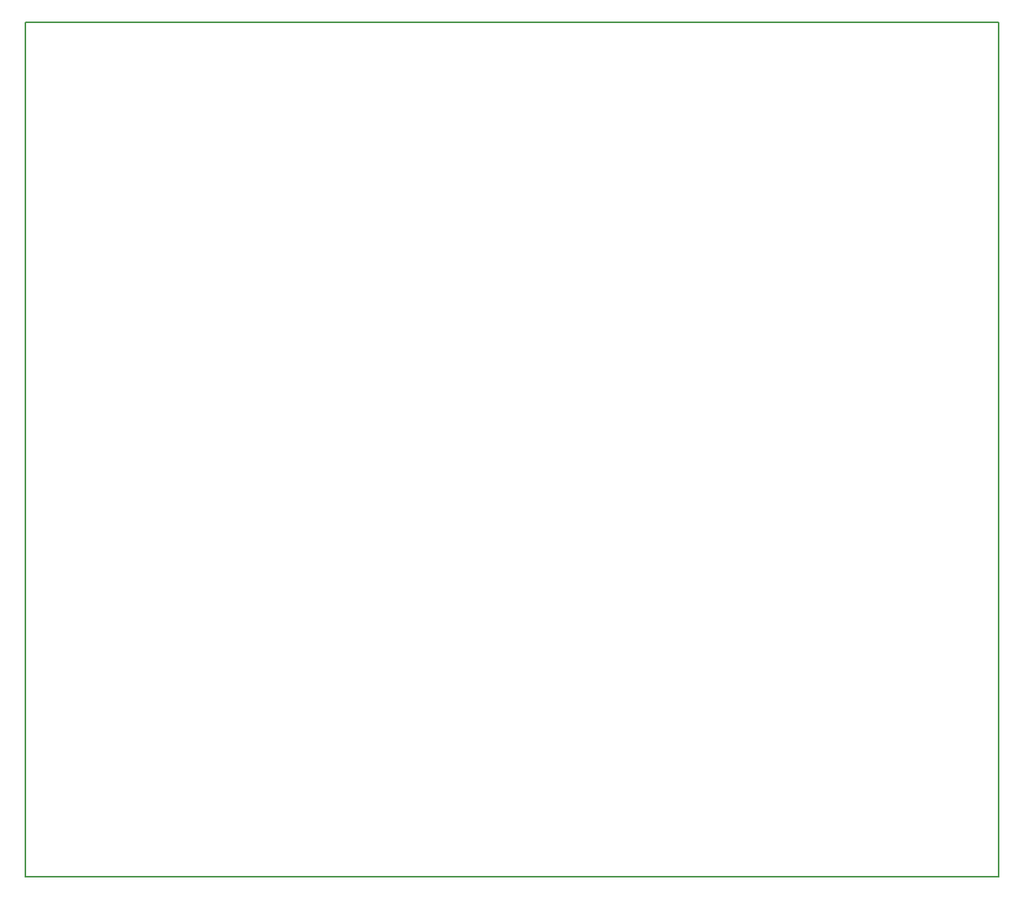
<source format=gm1>
G04 MADE WITH FRITZING*
G04 WWW.FRITZING.ORG*
G04 DOUBLE SIDED*
G04 HOLES PLATED*
G04 CONTOUR ON CENTER OF CONTOUR VECTOR*
%ASAXBY*%
%FSLAX23Y23*%
%MOIN*%
%OFA0B0*%
%SFA1.0B1.0*%
%ADD10R,4.228350X3.714380*%
%ADD11C,0.008000*%
%ADD10C,0.008*%
%LNCONTOUR*%
G90*
G70*
G54D10*
G54D11*
X4Y3710D02*
X4224Y3710D01*
X4224Y4D01*
X4Y4D01*
X4Y3710D01*
D02*
G04 End of contour*
M02*
</source>
